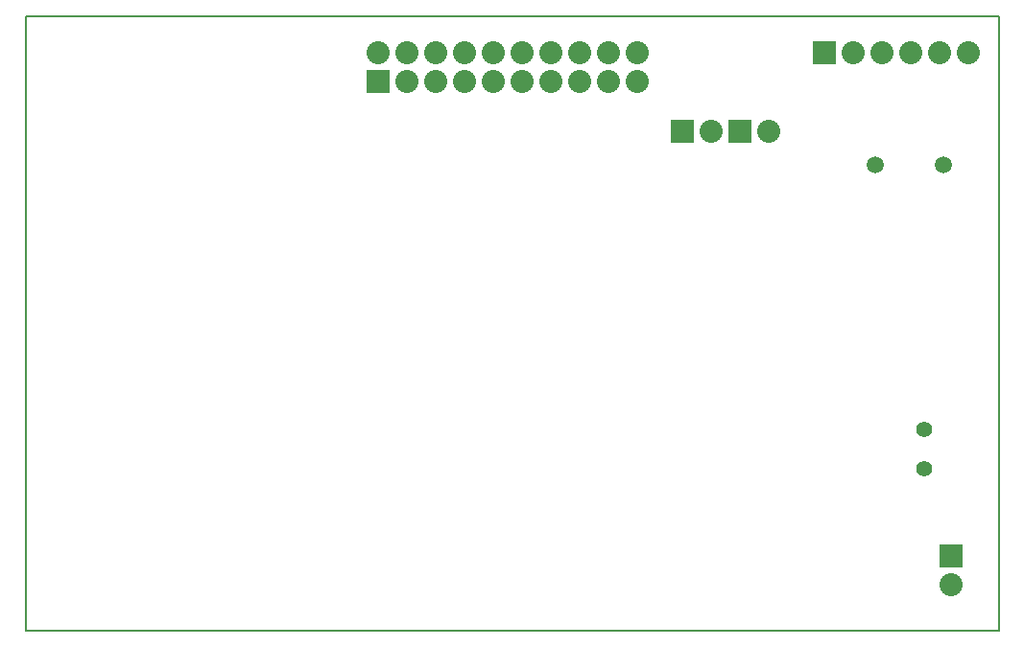
<source format=gbs>
G04 (created by PCBNEW-RS274X (2011-06-08)-testing) date Sa 02 Jul 2011 20:51:35 CEST*
G01*
G70*
G90*
%MOIN*%
G04 Gerber Fmt 3.4, Leading zero omitted, Abs format*
%FSLAX34Y34*%
G04 APERTURE LIST*
%ADD10C,0.006000*%
%ADD11C,0.008000*%
%ADD12C,0.059400*%
%ADD13R,0.080000X0.080000*%
%ADD14C,0.080000*%
%ADD15C,0.055400*%
G04 APERTURE END LIST*
G54D10*
G54D11*
X14450Y-56300D02*
X14450Y-34950D01*
X48250Y-56300D02*
X14450Y-56300D01*
X48250Y-34950D02*
X48250Y-56300D01*
X15250Y-34950D02*
X48250Y-34950D01*
X14450Y-34950D02*
X15250Y-34950D01*
G54D12*
X46331Y-40100D03*
X43969Y-40100D03*
G54D13*
X26700Y-37200D03*
G54D14*
X26700Y-36200D03*
X27700Y-37200D03*
X27700Y-36200D03*
X28700Y-37200D03*
X28700Y-36200D03*
X29700Y-37200D03*
X29700Y-36200D03*
X30700Y-37200D03*
X30700Y-36200D03*
X31700Y-37200D03*
X31700Y-36200D03*
X32700Y-37200D03*
X32700Y-36200D03*
X33700Y-37200D03*
X33700Y-36200D03*
X34700Y-37200D03*
X34700Y-36200D03*
X35700Y-37200D03*
X35700Y-36200D03*
G54D13*
X37250Y-38950D03*
G54D14*
X38250Y-38950D03*
G54D13*
X39250Y-38950D03*
G54D14*
X40250Y-38950D03*
G54D13*
X46600Y-53700D03*
G54D14*
X46600Y-54700D03*
G54D13*
X42200Y-36200D03*
G54D14*
X43200Y-36200D03*
X44200Y-36200D03*
X45200Y-36200D03*
X46200Y-36200D03*
X47200Y-36200D03*
G54D15*
X45650Y-50689D03*
X45650Y-49311D03*
M02*

</source>
